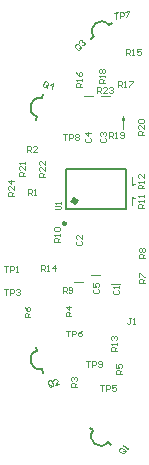
<source format=gto>
G04*
G04 #@! TF.GenerationSoftware,Altium Limited,Altium Designer,18.0.9 (584)*
G04*
G04 Layer_Color=65535*
%FSLAX44Y44*%
%MOMM*%
G71*
G01*
G75*
%ADD10C,0.1500*%
%ADD11C,0.4000*%
%ADD12C,0.2500*%
%ADD13C,0.1000*%
%ADD14C,0.2000*%
D10*
X36856Y304440D02*
G03*
X32777Y288968I-2010J-7743D01*
G01*
X93319Y366442D02*
G03*
X80580Y356762I-6351J-4864D01*
G01*
X32777Y90660D02*
G03*
X36981Y75222I2131J-7711D01*
G01*
X80116Y23273D02*
G03*
X92414Y13038I6168J-5094D01*
G01*
X31935Y285825D02*
X32777Y288968D01*
X36934Y304481D02*
X37776Y307624D01*
X93406Y366427D02*
X96005Y368386D01*
X77981Y354804D02*
X80580Y356762D01*
X36981Y75222D02*
X37823Y72079D01*
X31982Y93878D02*
X32824Y90735D01*
X77618Y25452D02*
X80111Y23361D01*
X92414Y13038D02*
X94906Y10946D01*
D11*
X65750Y217500D02*
G03*
X65750Y217500I-1500J0D01*
G01*
D12*
X57050Y198500D02*
G03*
X57050Y198500I-1250J0D01*
G01*
D13*
X113166Y220750D02*
X115750Y219809D01*
X113166Y230809D02*
X115750Y231750D01*
X113000D02*
X115750D01*
X104220Y286250D02*
X105250Y289080D01*
X106280Y286250D01*
X105250Y278750D02*
Y289080D01*
X113000Y213702D02*
Y219798D01*
X115750D01*
X113000Y231750D02*
Y238100D01*
Y231750D02*
X115750D01*
X78500Y154500D02*
X86000D01*
X72300Y306500D02*
X79800D01*
X64250Y149250D02*
X71750D01*
X95250Y147000D02*
X102750D01*
X86550Y306500D02*
X94050D01*
X97585Y142332D02*
X96752Y141499D01*
Y139833D01*
X97585Y139000D01*
X100917D01*
X101750Y139833D01*
Y141499D01*
X100917Y142332D01*
X101750Y143998D02*
Y145665D01*
Y144831D01*
X96752D01*
X97585Y143998D01*
X66335Y183582D02*
X65502Y182749D01*
Y181083D01*
X66335Y180250D01*
X69667D01*
X70500Y181083D01*
Y182749D01*
X69667Y183582D01*
X70500Y188581D02*
Y185248D01*
X67168Y188581D01*
X66335D01*
X65502Y187748D01*
Y186081D01*
X66335Y185248D01*
X86835Y270832D02*
X86002Y269999D01*
Y268333D01*
X86835Y267500D01*
X90167D01*
X91000Y268333D01*
Y269999D01*
X90167Y270832D01*
X86835Y272498D02*
X86002Y273331D01*
Y274998D01*
X86835Y275831D01*
X87668D01*
X88501Y274998D01*
Y274165D01*
Y274998D01*
X89334Y275831D01*
X90167D01*
X91000Y274998D01*
Y273331D01*
X90167Y272498D01*
X74335Y270832D02*
X73502Y269999D01*
Y268333D01*
X74335Y267500D01*
X77667D01*
X78500Y268333D01*
Y269999D01*
X77667Y270832D01*
X78500Y274998D02*
X73502D01*
X76001Y272498D01*
Y275831D01*
X107004Y6338D02*
X104451Y8480D01*
X103278Y8377D01*
X102206Y7101D01*
X102309Y5927D01*
X104862Y3785D01*
X106035Y3888D01*
X107106Y5164D01*
X105295Y5597D02*
X107642Y5803D01*
X107106Y5164D02*
X107004Y6338D01*
X108713Y7079D02*
X109784Y8355D01*
X109248Y7717D01*
X105419Y10930D01*
X105522Y9756D01*
X45753Y61667D02*
X44891Y64886D01*
X43870Y65475D01*
X42261Y65044D01*
X41672Y64023D01*
X42534Y60805D01*
X43555Y60216D01*
X45164Y60647D01*
X43928Y62041D02*
X45969Y60862D01*
X45164Y60647D02*
X45753Y61667D01*
X50797Y62156D02*
X47578Y61294D01*
X49934Y65375D01*
X49719Y66179D01*
X48698Y66769D01*
X47089Y66337D01*
X46500Y65317D01*
X69504Y348087D02*
X66951Y350229D01*
X65777Y350127D01*
X64706Y348850D01*
X64809Y347677D01*
X67362Y345535D01*
X68535Y345637D01*
X69606Y346914D01*
X67794Y347346D02*
X70142Y347552D01*
X69606Y346914D02*
X69504Y348087D01*
X68022Y351506D02*
X67919Y352679D01*
X68990Y353955D01*
X70164Y354058D01*
X70802Y353523D01*
X70905Y352349D01*
X70369Y351711D01*
X70905Y352349D01*
X72078Y352452D01*
X72716Y351916D01*
X72819Y350743D01*
X71748Y349466D01*
X70574Y349364D01*
X41184Y314191D02*
X42047Y317410D01*
X41458Y318430D01*
X39848Y318862D01*
X38828Y318273D01*
X37965Y315054D01*
X38554Y314034D01*
X40164Y313602D01*
X39790Y315427D02*
X40968Y313387D01*
X40164Y313602D02*
X41184Y314191D01*
X44992Y312309D02*
X46286Y317137D01*
X43225Y315369D01*
X46443Y314507D01*
X25250Y222500D02*
Y227498D01*
X27749D01*
X28582Y226665D01*
Y224999D01*
X27749Y224166D01*
X25250D01*
X26916D02*
X28582Y222500D01*
X30248D02*
X31915D01*
X31081D01*
Y227498D01*
X30248Y226665D01*
X24200Y258750D02*
Y263749D01*
X26699D01*
X27532Y262916D01*
Y261250D01*
X26699Y260416D01*
X24200D01*
X25866D02*
X27532Y258750D01*
X32531D02*
X29198D01*
X32531Y262083D01*
Y262916D01*
X31697Y263749D01*
X30031D01*
X29198Y262916D01*
X66250Y60250D02*
X61252D01*
Y62749D01*
X62085Y63582D01*
X63751D01*
X64584Y62749D01*
Y60250D01*
Y61916D02*
X66250Y63582D01*
X62085Y65248D02*
X61252Y66081D01*
Y67748D01*
X62085Y68581D01*
X62918D01*
X63751Y67748D01*
Y66915D01*
Y67748D01*
X64584Y68581D01*
X65417D01*
X66250Y67748D01*
Y66081D01*
X65417Y65248D01*
X61750Y120000D02*
X56752D01*
Y122499D01*
X57585Y123332D01*
X59251D01*
X60084Y122499D01*
Y120000D01*
Y121666D02*
X61750Y123332D01*
Y127498D02*
X56752D01*
X59251Y124998D01*
Y128331D01*
X104750Y71000D02*
X99752D01*
Y73499D01*
X100585Y74332D01*
X102251D01*
X103084Y73499D01*
Y71000D01*
Y72666D02*
X104750Y74332D01*
X99752Y79331D02*
Y75998D01*
X102251D01*
X101418Y77664D01*
Y78498D01*
X102251Y79331D01*
X103917D01*
X104750Y78498D01*
Y76831D01*
X103917Y75998D01*
X27000Y119250D02*
X22002D01*
Y121749D01*
X22835Y122582D01*
X24501D01*
X25334Y121749D01*
Y119250D01*
Y120916D02*
X27000Y122582D01*
X22002Y127581D02*
X22835Y125914D01*
X24501Y124248D01*
X26167D01*
X27000Y125081D01*
Y126748D01*
X26167Y127581D01*
X25334D01*
X24501Y126748D01*
Y124248D01*
X123750Y147750D02*
X118752D01*
Y150249D01*
X119585Y151082D01*
X121251D01*
X122084Y150249D01*
Y147750D01*
Y149416D02*
X123750Y151082D01*
X118752Y152748D02*
Y156081D01*
X119585D01*
X122917Y152748D01*
X123750D01*
Y169000D02*
X118752D01*
Y171499D01*
X119585Y172332D01*
X121251D01*
X122084Y171499D01*
Y169000D01*
Y170666D02*
X123750Y172332D01*
X119585Y173998D02*
X118752Y174831D01*
Y176497D01*
X119585Y177331D01*
X120418D01*
X121251Y176497D01*
X122084Y177331D01*
X122917D01*
X123750Y176497D01*
Y174831D01*
X122917Y173998D01*
X122084D01*
X121251Y174831D01*
X120418Y173998D01*
X119585D01*
X121251Y174831D02*
Y176497D01*
X54250Y139250D02*
Y144248D01*
X56749D01*
X57582Y143415D01*
Y141749D01*
X56749Y140916D01*
X54250D01*
X55916D02*
X57582Y139250D01*
X59248Y140083D02*
X60081Y139250D01*
X61748D01*
X62581Y140083D01*
Y143415D01*
X61748Y144248D01*
X60081D01*
X59248Y143415D01*
Y142582D01*
X60081Y141749D01*
X62581D01*
X52000Y182500D02*
X47002D01*
Y184999D01*
X47835Y185832D01*
X49501D01*
X50334Y184999D01*
Y182500D01*
Y184166D02*
X52000Y185832D01*
Y187498D02*
Y189165D01*
Y188331D01*
X47002D01*
X47835Y187498D01*
Y191664D02*
X47002Y192497D01*
Y194163D01*
X47835Y194996D01*
X51167D01*
X52000Y194163D01*
Y192497D01*
X51167Y191664D01*
X47835D01*
X123500Y211500D02*
X118502D01*
Y213999D01*
X119335Y214832D01*
X121001D01*
X121834Y213999D01*
Y211500D01*
Y213166D02*
X123500Y214832D01*
Y216498D02*
Y218165D01*
Y217331D01*
X118502D01*
X119335Y216498D01*
X123500Y220664D02*
Y222330D01*
Y221497D01*
X118502D01*
X119335Y220664D01*
X123500Y228000D02*
X118502D01*
Y230499D01*
X119335Y231332D01*
X121001D01*
X121834Y230499D01*
Y228000D01*
Y229666D02*
X123500Y231332D01*
Y232998D02*
Y234664D01*
Y233831D01*
X118502D01*
X119335Y232998D01*
X123500Y240496D02*
Y237164D01*
X120168Y240496D01*
X119335D01*
X118502Y239663D01*
Y237997D01*
X119335Y237164D01*
X100500Y90500D02*
X95502D01*
Y92999D01*
X96335Y93832D01*
X98001D01*
X98834Y92999D01*
Y90500D01*
Y92166D02*
X100500Y93832D01*
Y95498D02*
Y97164D01*
Y96331D01*
X95502D01*
X96335Y95498D01*
Y99664D02*
X95502Y100497D01*
Y102163D01*
X96335Y102996D01*
X97168D01*
X98001Y102163D01*
Y101330D01*
Y102163D01*
X98834Y102996D01*
X99667D01*
X100500Y102163D01*
Y100497D01*
X99667Y99664D01*
X36250Y158250D02*
Y163248D01*
X38749D01*
X39582Y162415D01*
Y160749D01*
X38749Y159916D01*
X36250D01*
X37916D02*
X39582Y158250D01*
X41248D02*
X42915D01*
X42081D01*
Y163248D01*
X41248Y162415D01*
X47913Y158250D02*
Y163248D01*
X45414Y160749D01*
X48746D01*
X107750Y341249D02*
Y346247D01*
X110249D01*
X111082Y345415D01*
Y343748D01*
X110249Y342915D01*
X107750D01*
X109416D02*
X111082Y341249D01*
X112748D02*
X114414D01*
X113581D01*
Y346247D01*
X112748Y345415D01*
X120246Y346247D02*
X116913D01*
Y343748D01*
X118580Y344581D01*
X119413D01*
X120246Y343748D01*
Y342082D01*
X119413Y341249D01*
X117747D01*
X116913Y342082D01*
X70750Y313749D02*
X65751D01*
Y316248D01*
X66585Y317081D01*
X68251D01*
X69084Y316248D01*
Y313749D01*
Y315415D02*
X70750Y317081D01*
Y318748D02*
Y320414D01*
Y319581D01*
X65751D01*
X66585Y318748D01*
X65751Y326245D02*
X66585Y324579D01*
X68251Y322913D01*
X69917D01*
X70750Y323746D01*
Y325412D01*
X69917Y326245D01*
X69084D01*
X68251Y325412D01*
Y322913D01*
X101250Y313749D02*
Y318748D01*
X103749D01*
X104582Y317915D01*
Y316248D01*
X103749Y315415D01*
X101250D01*
X102916D02*
X104582Y313749D01*
X106248D02*
X107914D01*
X107081D01*
Y318748D01*
X106248Y317915D01*
X110414Y318748D02*
X113746D01*
Y317915D01*
X110414Y314582D01*
Y313749D01*
X90250Y316999D02*
X85251D01*
Y319498D01*
X86084Y320331D01*
X87751D01*
X88584Y319498D01*
Y316999D01*
Y318665D02*
X90250Y320331D01*
Y321998D02*
Y323664D01*
Y322831D01*
X85251D01*
X86084Y321998D01*
Y326163D02*
X85251Y326996D01*
Y328662D01*
X86084Y329495D01*
X86918D01*
X87751Y328662D01*
X88584Y329495D01*
X89417D01*
X90250Y328662D01*
Y326996D01*
X89417Y326163D01*
X88584D01*
X87751Y326996D01*
X86918Y326163D01*
X86084D01*
X87751Y326996D02*
Y328662D01*
X93750Y270500D02*
Y275498D01*
X96249D01*
X97082Y274665D01*
Y272999D01*
X96249Y272166D01*
X93750D01*
X95416D02*
X97082Y270500D01*
X98748D02*
X100414D01*
X99581D01*
Y275498D01*
X98748Y274665D01*
X102914Y271333D02*
X103747Y270500D01*
X105413D01*
X106246Y271333D01*
Y274665D01*
X105413Y275498D01*
X103747D01*
X102914Y274665D01*
Y273832D01*
X103747Y272999D01*
X106246D01*
X123250Y273250D02*
X118252D01*
Y275749D01*
X119085Y276582D01*
X120751D01*
X121584Y275749D01*
Y273250D01*
Y274916D02*
X123250Y276582D01*
Y281581D02*
Y278248D01*
X119918Y281581D01*
X119085D01*
X118252Y280748D01*
Y279081D01*
X119085Y278248D01*
Y283247D02*
X118252Y284080D01*
Y285746D01*
X119085Y286579D01*
X122417D01*
X123250Y285746D01*
Y284080D01*
X122417Y283247D01*
X119085D01*
X22500Y239000D02*
X17502D01*
Y241499D01*
X18335Y242332D01*
X20001D01*
X20834Y241499D01*
Y239000D01*
Y240666D02*
X22500Y242332D01*
Y247331D02*
Y243998D01*
X19168Y247331D01*
X18335D01*
X17502Y246498D01*
Y244831D01*
X18335Y243998D01*
X22500Y248997D02*
Y250663D01*
Y249830D01*
X17502D01*
X18335Y248997D01*
X39500Y238000D02*
X34502D01*
Y240499D01*
X35335Y241332D01*
X37001D01*
X37834Y240499D01*
Y238000D01*
Y239666D02*
X39500Y241332D01*
Y246331D02*
Y242998D01*
X36168Y246331D01*
X35335D01*
X34502Y245498D01*
Y243831D01*
X35335Y242998D01*
X39500Y251329D02*
Y247997D01*
X36168Y251329D01*
X35335D01*
X34502Y250496D01*
Y248830D01*
X35335Y247997D01*
X83750Y309249D02*
Y314248D01*
X86249D01*
X87082Y313414D01*
Y311748D01*
X86249Y310915D01*
X83750D01*
X85416D02*
X87082Y309249D01*
X92080D02*
X88748D01*
X92080Y312581D01*
Y313414D01*
X91247Y314248D01*
X89581D01*
X88748Y313414D01*
X93747D02*
X94580Y314248D01*
X96246D01*
X97079Y313414D01*
Y312581D01*
X96246Y311748D01*
X95413D01*
X96246D01*
X97079Y310915D01*
Y310082D01*
X96246Y309249D01*
X94580D01*
X93747Y310082D01*
X12750Y222000D02*
X7752D01*
Y224499D01*
X8585Y225332D01*
X10251D01*
X11084Y224499D01*
Y222000D01*
Y223666D02*
X12750Y225332D01*
Y230331D02*
Y226998D01*
X9418Y230331D01*
X8585D01*
X7752Y229498D01*
Y227831D01*
X8585Y226998D01*
X12750Y234496D02*
X7752D01*
X10251Y231997D01*
Y235329D01*
X4922Y162632D02*
X8254D01*
X6588D01*
Y157634D01*
X9920D02*
Y162632D01*
X12420D01*
X13253Y161799D01*
Y160133D01*
X12420Y159300D01*
X9920D01*
X14919Y157634D02*
X16585D01*
X15752D01*
Y162632D01*
X14919Y161799D01*
X4750Y142748D02*
X8082D01*
X6416D01*
Y137750D01*
X9748D02*
Y142748D01*
X12248D01*
X13081Y141915D01*
Y140249D01*
X12248Y139416D01*
X9748D01*
X14747Y141915D02*
X15580Y142748D01*
X17246D01*
X18079Y141915D01*
Y141082D01*
X17246Y140249D01*
X16413D01*
X17246D01*
X18079Y139416D01*
Y138583D01*
X17246Y137750D01*
X15580D01*
X14747Y138583D01*
X47502Y210250D02*
X51667D01*
X52500Y211083D01*
Y212749D01*
X51667Y213582D01*
X47502D01*
X52500Y215248D02*
Y216915D01*
Y216081D01*
X47502D01*
X48335Y215248D01*
X112082Y117998D02*
X110416D01*
X111249D01*
Y113833D01*
X110416Y113000D01*
X109583D01*
X108750Y113833D01*
X113748Y113000D02*
X115414D01*
X114581D01*
Y117998D01*
X113748Y117165D01*
X80585Y143082D02*
X79752Y142249D01*
Y140583D01*
X80585Y139750D01*
X83917D01*
X84750Y140583D01*
Y142249D01*
X83917Y143082D01*
X79752Y148081D02*
Y144748D01*
X82251D01*
X81418Y146414D01*
Y147248D01*
X82251Y148081D01*
X83917D01*
X84750Y147248D01*
Y145581D01*
X83917Y144748D01*
X86000Y61748D02*
X89332D01*
X87666D01*
Y56750D01*
X90998D02*
Y61748D01*
X93498D01*
X94331Y60915D01*
Y59249D01*
X93498Y58416D01*
X90998D01*
X99329Y61748D02*
X95997D01*
Y59249D01*
X97663Y60082D01*
X98496D01*
X99329Y59249D01*
Y57583D01*
X98496Y56750D01*
X96830D01*
X95997Y57583D01*
X57000Y107748D02*
X60332D01*
X58666D01*
Y102750D01*
X61998D02*
Y107748D01*
X64498D01*
X65331Y106915D01*
Y105249D01*
X64498Y104416D01*
X61998D01*
X70329Y107748D02*
X68663Y106915D01*
X66997Y105249D01*
Y103583D01*
X67830Y102750D01*
X69496D01*
X70329Y103583D01*
Y104416D01*
X69496Y105249D01*
X66997D01*
X97477Y376720D02*
X100791Y377068D01*
X99134Y376894D01*
X99657Y371923D01*
X102971Y372272D02*
X102448Y377243D01*
X104934Y377504D01*
X105849Y376763D01*
X106024Y375106D01*
X105282Y374190D01*
X102797Y373929D01*
X107419Y377765D02*
X110733Y378113D01*
X110820Y377285D01*
X107855Y373623D01*
X107942Y372794D01*
X55000Y273998D02*
X58332D01*
X56666D01*
Y269000D01*
X59998D02*
Y273998D01*
X62498D01*
X63331Y273165D01*
Y271499D01*
X62498Y270666D01*
X59998D01*
X64997Y273165D02*
X65830Y273998D01*
X67496D01*
X68329Y273165D01*
Y272332D01*
X67496Y271499D01*
X68329Y270666D01*
Y269833D01*
X67496Y269000D01*
X65830D01*
X64997Y269833D01*
Y270666D01*
X65830Y271499D01*
X64997Y272332D01*
Y273165D01*
X65830Y271499D02*
X67496D01*
X74250Y81748D02*
X77582D01*
X75916D01*
Y76750D01*
X79248D02*
Y81748D01*
X81748D01*
X82581Y80915D01*
Y79249D01*
X81748Y78416D01*
X79248D01*
X84247Y77583D02*
X85080Y76750D01*
X86746D01*
X87579Y77583D01*
Y80915D01*
X86746Y81748D01*
X85080D01*
X84247Y80915D01*
Y80082D01*
X85080Y79249D01*
X87579D01*
D14*
X108050Y210250D02*
Y244250D01*
X57050Y210250D02*
Y244250D01*
X108050D01*
X57050Y210250D02*
X108050D01*
M02*

</source>
